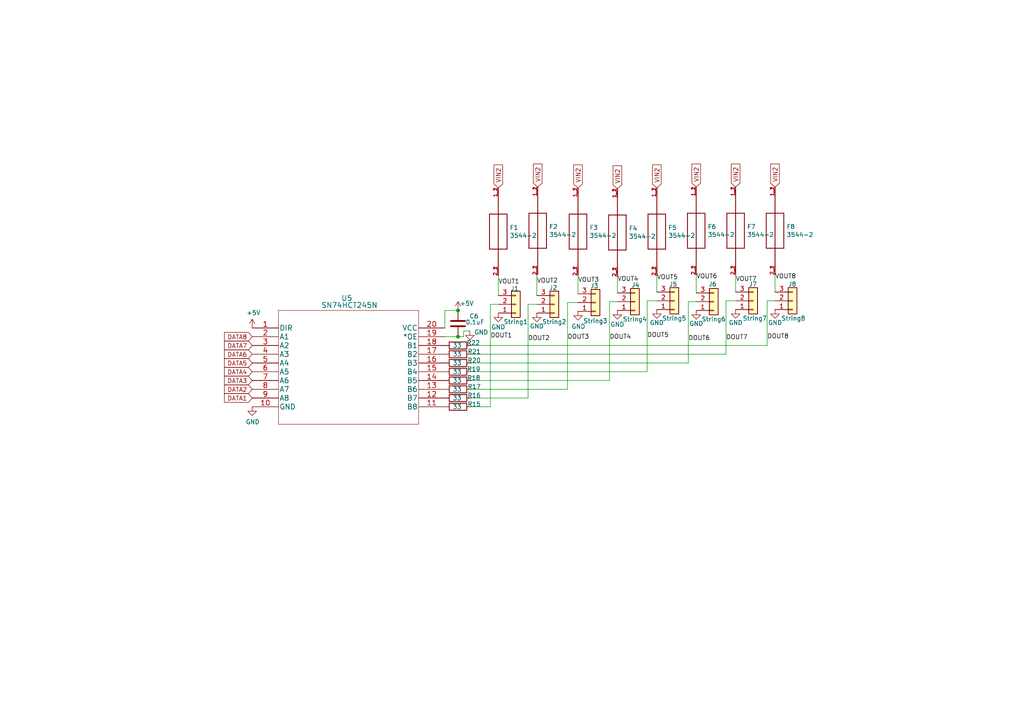
<source format=kicad_sch>
(kicad_sch (version 20211123) (generator eeschema)
  (paper "A4")
  (title_block (title "PB 16") (date "2022-06-05") (rev "v2.2") (company "Scott Hanson"))
  (lib_symbols
    (symbol "Connector_Generic:Conn_01x03" (pin_names (offset 1.016) hide)
      (property "Reference" "J" (at 0 5.08 0))
      (property "Value" "Conn_01x03" (at 0 -5.08 0))
      (symbol "Conn_01x03_1_1"
        (rectangle (start -1.27 -2.413) (end 0 -2.667) (stroke (width 0.1524)))
        (rectangle (start -1.27 0.127) (end 0 -0.127) (stroke (width 0.1524)))
        (rectangle (start -1.27 2.667) (end 0 2.413) (stroke (width 0.1524)))
        (rectangle (start -1.27 3.81) (end 1.27 -3.81) (stroke (width 0.254)) (fill (type background)))
        (pin passive line (at -5.08 2.54 0) (length 3.81) (name "Pin_1") (number "1"))
        (pin passive line (at -5.08 0 0) (length 3.81) (name "Pin_2") (number "2"))
        (pin passive line (at -5.08 -2.54 0) (length 3.81) (name "Pin_3") (number "3"))
      )
    )
    (symbol "Device:C" (pin_numbers hide) (pin_names (offset 0.254))
      (property "Reference" "C" (at 0.635 2.54 0))
      (property "Value" "C" (at 0.635 -2.54 0))
      (symbol "C_0_1"
        (polyline (pts (xy -2.032 -0.762) (xy 2.032 -0.762)) (stroke (width 0.508)))
        (polyline (pts (xy -2.032 0.762) (xy 2.032 0.762)) (stroke (width 0.508)))
      )
      (symbol "C_1_1"
        (pin passive line (at 0 3.81 270) (length 2.794) (name "~") (number "1"))
        (pin passive line (at 0 -3.81 90) (length 2.794) (name "~") (number "2"))
      )
    )
    (symbol "Device:R" (pin_numbers hide) (pin_names (offset 0))
      (property "Reference" "R" (at 2.032 0 90))
      (property "Value" "R" (at 0 0 90))
      (symbol "R_0_1"
        (rectangle (start -1.016 -2.54) (end 1.016 2.54) (stroke (width 0.254)))
      )
      (symbol "R_1_1"
        (pin passive line (at 0 3.81 270) (length 1.27) (name "~") (number "1"))
        (pin passive line (at 0 -3.81 90) (length 1.27) (name "~") (number "2"))
      )
    )
    (symbol "PB_16-rescue:3544-2-Keystone_Fuse" (pin_names (offset 1.016) hide)
      (property "Reference" "F" (at -5.08 3.302 0))
      (property "Value" "3544-2-Keystone_Fuse" (at -5.08 -5.08 0))
      (symbol "3544-2-Keystone_Fuse_0_0"
        (polyline (pts (xy -12.7 0) (xy 12.7 0)) (stroke (width 0.254)))
        (polyline (pts (xy -5.08 -2.54) (xy -5.08 2.54)) (stroke (width 0.254)))
        (polyline (pts (xy -5.08 2.54) (xy 5.08 2.54)) (stroke (width 0.254)))
        (polyline (pts (xy 5.08 -2.54) (xy -5.08 -2.54)) (stroke (width 0.254)))
        (polyline (pts (xy 5.08 2.54) (xy 5.08 -2.54)) (stroke (width 0.254)))
        (pin passive line (at -12.7 0 0) (length 2.54) (name "1") (number "1_1"))
        (pin passive line (at -12.7 0 0) (length 2.54) (name "1") (number "1_2"))
        (pin passive line (at 12.7 0 180) (length 2.54) (name "2") (number "2_1"))
        (pin passive line (at 12.7 0 180) (length 2.54) (name "2") (number "2_2"))
      )
    )
    (symbol "PB_16-rescue:SN74HCT245N-SN74HCT245N" (pin_names (offset 0.254))
      (property "Reference" "U" (at 27.94 10.16 0))
      (property "Value" "SN74HCT245N-SN74HCT245N" (at 27.94 7.62 0))
      (symbol "SN74HCT245N-SN74HCT245N_1_0"
        (polyline (pts (xy 7.62 -27.94) (xy 48.26 -27.94)) (stroke (width 0.127)))
        (polyline (pts (xy 7.62 5.08) (xy 7.62 -27.94)) (stroke (width 0.127)))
        (polyline (pts (xy 48.26 -27.94) (xy 48.26 5.08)) (stroke (width 0.127)))
        (polyline (pts (xy 48.26 5.08) (xy 7.62 5.08)) (stroke (width 0.127)))
        (pin input line (at 0 0 0) (length 7.62) (name "DIR") (number "1"))
        (pin power_in line (at 0 -22.86 0) (length 7.62) (name "GND") (number "10"))
        (pin bidirectional line (at 55.88 -22.86 180) (length 7.62) (name "B8") (number "11"))
        (pin bidirectional line (at 55.88 -20.32 180) (length 7.62) (name "B7") (number "12"))
        (pin bidirectional line (at 55.88 -17.78 180) (length 7.62) (name "B6") (number "13"))
        (pin bidirectional line (at 55.88 -15.24 180) (length 7.62) (name "B5") (number "14"))
        (pin bidirectional line (at 55.88 -12.7 180) (length 7.62) (name "B4") (number "15"))
        (pin bidirectional line (at 55.88 -10.16 180) (length 7.62) (name "B3") (number "16"))
        (pin bidirectional line (at 55.88 -7.62 180) (length 7.62) (name "B2") (number "17"))
        (pin bidirectional line (at 55.88 -5.08 180) (length 7.62) (name "B1") (number "18"))
        (pin input line (at 55.88 -2.54 180) (length 7.62) (name "*OE") (number "19"))
        (pin bidirectional line (at 0 -2.54 0) (length 7.62) (name "A1") (number "2"))
        (pin power_in line (at 55.88 0 180) (length 7.62) (name "VCC") (number "20"))
        (pin bidirectional line (at 0 -5.08 0) (length 7.62) (name "A2") (number "3"))
        (pin bidirectional line (at 0 -7.62 0) (length 7.62) (name "A3") (number "4"))
        (pin bidirectional line (at 0 -10.16 0) (length 7.62) (name "A4") (number "5"))
        (pin bidirectional line (at 0 -12.7 0) (length 7.62) (name "A5") (number "6"))
        (pin bidirectional line (at 0 -15.24 0) (length 7.62) (name "A6") (number "7"))
        (pin bidirectional line (at 0 -17.78 0) (length 7.62) (name "A7") (number "8"))
        (pin bidirectional line (at 0 -20.32 0) (length 7.62) (name "A8") (number "9"))
      )
    )
    (symbol "power:+5V" (power) (pin_names (offset 0))
      (property "Value" "+5V" (at 0 3.556 0))
      (symbol "+5V_0_1"
        (polyline (pts (xy -0.762 1.27) (xy 0 2.54)))
        (polyline (pts (xy 0 0) (xy 0 2.54)))
        (polyline (pts (xy 0 2.54) (xy 0.762 1.27)))
      )
      (symbol "+5V_1_1"
        (pin power_in line (at 0 0 90) (length 0) hide (name "+5V") (number "1"))
      )
    )
    (symbol "power:GND" (power) (pin_names (offset 0))
      (property "Value" "GND" (at 0 -3.81 0))
      (symbol "GND_0_1"
        (polyline (pts (xy 0 0) (xy 0 -1.27) (xy 1.27 -1.27) (xy 0 -2.54) (xy -1.27 -1.27) (xy 0 -1.27)))
      )
      (symbol "GND_1_1"
        (pin power_in line (at 0 0 270) (length 0) hide (name "GND") (number "1"))
      )
    )
  )
  (junction (at 132.842 97.663))
  (junction (at 132.842 90.043))
  (wire (pts (xy 167.64 79.883) (xy 167.64 85.217)))
  (wire (pts (xy 199.644 87.503) (xy 199.644 105.283)))
  (wire (pts (xy 224.79 84.709) (xy 224.79 79.629)))
  (wire (pts (xy 136.652 112.903) (xy 164.592 112.903)))
  (wire (pts (xy 179.07 87.503) (xy 176.784 87.503)))
  (wire (pts (xy 187.706 87.249) (xy 187.706 107.823)))
  (wire (pts (xy 136.652 105.283) (xy 199.644 105.283)))
  (wire (pts (xy 142.24 88.265) (xy 144.526 88.265)))
  (wire (pts (xy 222.504 87.249) (xy 224.79 87.249)))
  (wire (pts (xy 210.566 87.249) (xy 213.36 87.249)))
  (wire (pts (xy 155.702 85.725) (xy 155.702 79.629)))
  (wire (pts (xy 176.784 110.363) (xy 136.652 110.363)))
  (wire (pts (xy 136.271 96.012) (xy 134.493 96.012)))
  (wire (pts (xy 136.652 100.203) (xy 222.504 100.203)))
  (wire (pts (xy 153.162 115.443) (xy 136.652 115.443)))
  (wire (pts (xy 176.784 87.503) (xy 176.784 110.363)))
  (wire (pts (xy 153.162 88.265) (xy 153.162 115.443)))
  (wire (pts (xy 210.566 87.249) (xy 210.566 102.743)))
  (wire (pts (xy 142.24 88.265) (xy 142.24 117.983)))
  (wire (pts (xy 142.24 117.983) (xy 136.652 117.983)))
  (wire (pts (xy 132.842 97.663) (xy 134.493 97.663)))
  (wire (pts (xy 155.702 79.629) (xy 155.956 79.629)))
  (wire (pts (xy 164.592 87.757) (xy 167.64 87.757)))
  (wire (pts (xy 213.36 79.629) (xy 213.36 84.709)))
  (wire (pts (xy 132.842 90.043) (xy 129.032 90.043)))
  (wire (pts (xy 164.592 112.903) (xy 164.592 87.757)))
  (wire (pts (xy 136.652 102.743) (xy 210.566 102.743)))
  (wire (pts (xy 136.652 107.823) (xy 187.706 107.823)))
  (wire (pts (xy 132.842 97.663) (xy 129.032 97.663)))
  (wire (pts (xy 201.93 87.503) (xy 199.644 87.503)))
  (wire (pts (xy 190.5 84.709) (xy 190.5 79.883)))
  (wire (pts (xy 222.504 87.249) (xy 222.504 100.203)))
  (wire (pts (xy 155.702 88.265) (xy 153.162 88.265)))
  (wire (pts (xy 179.07 84.963) (xy 179.07 80.137)))
  (wire (pts (xy 190.5 87.249) (xy 187.706 87.249)))
  (wire (pts (xy 134.493 96.012) (xy 134.493 97.663)))
  (wire (pts (xy 144.526 79.883) (xy 144.526 85.725)))
  (wire (pts (xy 201.93 79.629) (xy 201.93 84.963)))
  (wire (pts (xy 129.032 90.043) (xy 129.032 95.123)))
  (label "VOUT2" (at 155.702 82.423 0))
  (label "VOUT4" (at 179.07 81.915 0))
  (label "VOUT1" (at 144.526 82.677 0))
  (label "DOUT8" (at 222.504 98.552 0))
  (label "DOUT1" (at 142.24 98.298 0))
  (label "VOUT6" (at 201.93 81.153 0))
  (label "VOUT8" (at 224.79 81.153 0))
  (label "VOUT5" (at 190.5 81.407 0))
  (label "DOUT4" (at 176.784 98.679 0))
  (label "VOUT7" (at 213.36 81.915 0))
  (label "DOUT2" (at 153.162 99.06 0))
  (label "DOUT5" (at 187.706 98.171 0))
  (label "DOUT7" (at 210.566 98.806 0))
  (label "DOUT3" (at 164.592 98.679 0))
  (label "VOUT3" (at 167.64 82.169 0))
  (label "DOUT6" (at 199.644 99.06 0))
  (global_label "DATA6" (shape input) (at 73.152 102.743 180) (property "Intersheet References" "${INTERSHEET_REFS}" (effects hide)))
  (global_label "DATA4" (shape input) (at 73.152 107.823 180) (property "Intersheet References" "${INTERSHEET_REFS}" (effects hide)))
  (global_label "VIN2" (shape input) (at 190.5 54.483 90) (property "Intersheet References" "${INTERSHEET_REFS}" (effects hide)))
  (global_label "DATA2" (shape input) (at 73.152 112.903 180) (property "Intersheet References" "${INTERSHEET_REFS}" (effects hide)))
  (global_label "VIN2" (shape input) (at 144.526 54.483 90) (property "Intersheet References" "${INTERSHEET_REFS}" (effects hide)))
  (global_label "DATA7" (shape input) (at 73.152 100.203 180) (property "Intersheet References" "${INTERSHEET_REFS}" (effects hide)))
  (global_label "VIN2" (shape input) (at 155.956 54.229 90) (property "Intersheet References" "${INTERSHEET_REFS}" (effects hide)))
  (global_label "VIN2" (shape input) (at 167.64 54.483 90) (property "Intersheet References" "${INTERSHEET_REFS}" (effects hide)))
  (global_label "VIN2" (shape input) (at 201.93 54.229 90) (property "Intersheet References" "${INTERSHEET_REFS}" (effects hide)))
  (global_label "VIN2" (shape input) (at 224.79 54.229 90) (property "Intersheet References" "${INTERSHEET_REFS}" (effects hide)))
  (global_label "DATA5" (shape input) (at 73.152 105.283 180) (property "Intersheet References" "${INTERSHEET_REFS}" (effects hide)))
  (global_label "DATA1" (shape input) (at 73.152 115.443 180) (property "Intersheet References" "${INTERSHEET_REFS}" (effects hide)))
  (global_label "VIN2" (shape input) (at 213.36 54.229 90) (property "Intersheet References" "${INTERSHEET_REFS}" (effects hide)))
  (global_label "VIN2" (shape input) (at 179.07 54.737 90) (property "Intersheet References" "${INTERSHEET_REFS}" (effects hide)))
  (global_label "DATA3" (shape input) (at 73.152 110.363 180) (property "Intersheet References" "${INTERSHEET_REFS}" (effects hide)))
  (global_label "DATA8" (shape input) (at 73.152 97.663 180) (property "Intersheet References" "${INTERSHEET_REFS}" (effects hide)))
  (symbol (lib_id "Connector_Generic:Conn_01x03") (at 149.606 88.265 0) (mirror x) (unit 1)
    (property "Reference" "J1" (at 148.082 83.693 0) (effects (justify left)))
    (property "Value" "String1" (at 146.05 93.345 0) (effects (justify left)))
    (property "Footprint" "Connector_Phoenix_MC:PhoenixContact_MCV_1,5_3-G-3.5_1x03_P3.50mm_Vertical" (effects hide))
    (property "Digi-Key_PN" "277-5737-ND/ED10555-ND" (effects hide))
    (property "MPN" "1843619/OSTTJ0311530" (effects hide))
    (property "LCSC" "C192778" (effects hide))
  )
  (symbol (lib_id "Connector_Generic:Conn_01x03") (at 160.782 88.265 0) (mirror x) (unit 1)
    (property "Reference" "J2" (at 159.258 83.439 0) (effects (justify left)))
    (property "Value" "String2" (at 157.226 93.345 0) (effects (justify left)))
    (property "Footprint" "Connector_Phoenix_MC:PhoenixContact_MCV_1,5_3-G-3.5_1x03_P3.50mm_Vertical" (effects hide))
    (property "Digi-Key_PN" "277-5737-ND/ED10555-ND" (effects hide))
    (property "MPN" "1843619/OSTTJ0311530" (effects hide))
    (property "LCSC" "C192778" (effects hide))
  )
  (symbol (lib_id "Connector_Generic:Conn_01x03") (at 172.72 87.757 0) (mirror x) (unit 1)
    (property "Reference" "J3" (at 171.196 82.931 0) (effects (justify left)))
    (property "Value" "String3" (at 169.164 93.091 0) (effects (justify left)))
    (property "Footprint" "Connector_Phoenix_MC:PhoenixContact_MCV_1,5_3-G-3.5_1x03_P3.50mm_Vertical" (effects hide))
    (property "Digi-Key_PN" "277-5737-ND/ED10555-ND" (effects hide))
    (property "MPN" "1843619/OSTTJ0311530" (effects hide))
    (property "LCSC" "C192778" (effects hide))
  )
  (symbol (lib_id "Connector_Generic:Conn_01x03") (at 184.15 87.503 0) (mirror x) (unit 1)
    (property "Reference" "J4" (at 183.134 82.677 0) (effects (justify left)))
    (property "Value" "String4" (at 180.594 92.583 0) (effects (justify left)))
    (property "Footprint" "Connector_Phoenix_MC:PhoenixContact_MCV_1,5_3-G-3.5_1x03_P3.50mm_Vertical" (effects hide))
    (property "Digi-Key_PN" "277-5737-ND/ED10555-ND" (effects hide))
    (property "MPN" "1843619/OSTTJ0311530" (effects hide))
    (property "LCSC" "C192778" (effects hide))
  )
  (symbol (lib_id "Connector_Generic:Conn_01x03") (at 195.58 87.249 0) (mirror x) (unit 1)
    (property "Reference" "J5" (at 194.056 82.423 0) (effects (justify left)))
    (property "Value" "String5" (at 192.024 92.329 0) (effects (justify left)))
    (property "Footprint" "Connector_Phoenix_MC:PhoenixContact_MCV_1,5_3-G-3.5_1x03_P3.50mm_Vertical" (effects hide))
    (property "Digi-Key_PN" "277-5737-ND/ED10555-ND" (effects hide))
    (property "MPN" "1843619/OSTTJ0311530" (effects hide))
    (property "LCSC" "C192778" (effects hide))
  )
  (symbol (lib_id "Connector_Generic:Conn_01x03") (at 207.01 87.503 0) (mirror x) (unit 1)
    (property "Reference" "J6" (at 205.486 82.423 0) (effects (justify left)))
    (property "Value" "String6" (at 203.454 92.583 0) (effects (justify left)))
    (property "Footprint" "Connector_Phoenix_MC:PhoenixContact_MCV_1,5_3-G-3.5_1x03_P3.50mm_Vertical" (effects hide))
    (property "Digi-Key_PN" "277-5737-ND/ED10555-ND" (effects hide))
    (property "MPN" "1843619/OSTTJ0311530" (effects hide))
    (property "LCSC" "C192778" (effects hide))
  )
  (symbol (lib_id "Connector_Generic:Conn_01x03") (at 218.44 87.249 0) (mirror x) (unit 1)
    (property "Reference" "J7" (at 217.17 82.423 0) (effects (justify left)))
    (property "Value" "String7" (at 215.392 92.329 0) (effects (justify left)))
    (property "Footprint" "Connector_Phoenix_MC:PhoenixContact_MCV_1,5_3-G-3.5_1x03_P3.50mm_Vertical" (effects hide))
    (property "Digi-Key_PN" "277-5737-ND/ED10555-ND" (effects hide))
    (property "MPN" "1843619/OSTTJ0311530" (effects hide))
    (property "LCSC" "C192778" (effects hide))
  )
  (symbol (lib_id "Connector_Generic:Conn_01x03") (at 229.87 87.249 0) (mirror x) (unit 1)
    (property "Reference" "J8" (at 228.6 82.423 0) (effects (justify left)))
    (property "Value" "String8" (at 226.568 92.329 0) (effects (justify left)))
    (property "Footprint" "Connector_Phoenix_MC:PhoenixContact_MCV_1,5_3-G-3.5_1x03_P3.50mm_Vertical" (effects hide))
    (property "Digi-Key_PN" "277-5737-ND/ED10555-ND" (effects hide))
    (property "MPN" "1843619/OSTTJ0311530" (effects hide))
    (property "LCSC" "C192778" (effects hide))
  )
  (symbol (lib_id "power:GND") (at 144.526 90.805 0) (unit 1)
    (property "Reference" "#PWR062" (effects hide))
    (property "Value" "GND" (at 144.526 94.869 0))
  )
  (symbol (lib_id "power:GND") (at 155.702 90.805 0) (unit 1)
    (property "Reference" "#PWR063" (effects hide))
    (property "Value" "GND" (at 155.702 94.615 0))
  )
  (symbol (lib_id "power:GND") (at 167.64 90.297 0) (unit 1)
    (property "Reference" "#PWR064" (effects hide))
    (property "Value" "GND" (at 167.767 94.6912 0))
  )
  (symbol (lib_id "power:GND") (at 179.07 90.043 0) (unit 1)
    (property "Reference" "#PWR065" (effects hide))
    (property "Value" "GND" (at 179.07 94.107 0))
  )
  (symbol (lib_id "power:GND") (at 190.5 89.789 0) (unit 1)
    (property "Reference" "#PWR066" (effects hide))
    (property "Value" "GND" (at 190.5 93.599 0))
  )
  (symbol (lib_id "power:GND") (at 201.93 90.043 0) (unit 1)
    (property "Reference" "#PWR067" (effects hide))
    (property "Value" "GND" (at 201.93 93.853 0))
  )
  (symbol (lib_id "power:GND") (at 213.36 89.789 0) (unit 1)
    (property "Reference" "#PWR068" (effects hide))
    (property "Value" "GND" (at 213.36 93.599 0))
  )
  (symbol (lib_id "power:GND") (at 224.79 89.789 0) (unit 1)
    (property "Reference" "#PWR069" (effects hide))
    (property "Value" "GND" (at 224.79 93.599 0))
  )
  (symbol (lib_id "PB_16-rescue:3544-2-Keystone_Fuse") (at 155.956 66.929 270) (unit 1)
    (property "Reference" "F2" (at 159.258 65.7606 90) (effects (justify left)))
    (property "Value" "3544-2" (at 159.258 68.072 90) (effects (justify left)))
    (property "Footprint" "Scotts:FUSE_3544-2" (effects hide))
    (property "Field4" "3544-2" (effects hide))
    (property "Field5" "None" (effects hide))
    (property "Field6" "Unavailable" (effects hide))
    (property "Field7" "Fuse Clip; 500 VAC; 30 A; PCB; For 0.110 in. x 0.032 in. mini blade fuses" (effects hide))
    (property "Field8" "Keystone Electronics" (effects hide))
    (property "Digi-Key_PN" "36-3544-2-ND" (effects hide))
    (property "MPN" "3544-2" (effects hide))
    (property "LCSC" "C492610" (effects hide))
  )
  (symbol (lib_id "PB_16-rescue:3544-2-Keystone_Fuse") (at 167.64 67.183 270) (unit 1)
    (property "Reference" "F3" (at 170.942 66.0146 90) (effects (justify left)))
    (property "Value" "3544-2" (at 170.942 68.326 90) (effects (justify left)))
    (property "Footprint" "Scotts:FUSE_3544-2" (effects hide))
    (property "Field4" "3544-2" (effects hide))
    (property "Field5" "None" (effects hide))
    (property "Field6" "Unavailable" (effects hide))
    (property "Field7" "Fuse Clip; 500 VAC; 30 A; PCB; For 0.110 in. x 0.032 in. mini blade fuses" (effects hide))
    (property "Field8" "Keystone Electronics" (effects hide))
    (property "Digi-Key_PN" "36-3544-2-ND" (effects hide))
    (property "MPN" "3544-2" (effects hide))
    (property "LCSC" "C492610" (effects hide))
  )
  (symbol (lib_id "PB_16-rescue:3544-2-Keystone_Fuse") (at 179.07 67.437 270) (unit 1)
    (property "Reference" "F4" (at 182.372 66.2686 90) (effects (justify left)))
    (property "Value" "3544-2" (at 182.372 68.58 90) (effects (justify left)))
    (property "Footprint" "Scotts:FUSE_3544-2" (effects hide))
    (property "Field4" "3544-2" (effects hide))
    (property "Field5" "None" (effects hide))
    (property "Field6" "Unavailable" (effects hide))
    (property "Field7" "Fuse Clip; 500 VAC; 30 A; PCB; For 0.110 in. x 0.032 in. mini blade fuses" (effects hide))
    (property "Field8" "Keystone Electronics" (effects hide))
    (property "Digi-Key_PN" "36-3544-2-ND" (effects hide))
    (property "MPN" "3544-2" (effects hide))
    (property "LCSC" "C492610" (effects hide))
  )
  (symbol (lib_id "PB_16-rescue:3544-2-Keystone_Fuse") (at 190.5 67.183 270) (unit 1)
    (property "Reference" "F5" (at 193.802 66.0146 90) (effects (justify left)))
    (property "Value" "3544-2" (at 193.802 68.326 90) (effects (justify left)))
    (property "Footprint" "Scotts:FUSE_3544-2" (effects hide))
    (property "Field4" "3544-2" (effects hide))
    (property "Field5" "None" (effects hide))
    (property "Field6" "Unavailable" (effects hide))
    (property "Field7" "Fuse Clip; 500 VAC; 30 A; PCB; For 0.110 in. x 0.032 in. mini blade fuses" (effects hide))
    (property "Field8" "Keystone Electronics" (effects hide))
    (property "Digi-Key_PN" "36-3544-2-ND" (effects hide))
    (property "MPN" "3544-2" (effects hide))
    (property "LCSC" "C492610" (effects hide))
  )
  (symbol (lib_id "PB_16-rescue:3544-2-Keystone_Fuse") (at 201.93 66.929 270) (unit 1)
    (property "Reference" "F6" (at 205.232 65.7606 90) (effects (justify left)))
    (property "Value" "3544-2" (at 205.232 68.072 90) (effects (justify left)))
    (property "Footprint" "Scotts:FUSE_3544-2" (effects hide))
    (property "Field4" "3544-2" (effects hide))
    (property "Field5" "None" (effects hide))
    (property "Field6" "Unavailable" (effects hide))
    (property "Field7" "Fuse Clip; 500 VAC; 30 A; PCB; For 0.110 in. x 0.032 in. mini blade fuses" (effects hide))
    (property "Field8" "Keystone Electronics" (effects hide))
    (property "Digi-Key_PN" "36-3544-2-ND" (effects hide))
    (property "MPN" "3544-2" (effects hide))
    (property "LCSC" "C492610" (effects hide))
  )
  (symbol (lib_id "PB_16-rescue:3544-2-Keystone_Fuse") (at 213.36 66.929 270) (unit 1)
    (property "Reference" "F7" (at 216.662 65.7606 90) (effects (justify left)))
    (property "Value" "3544-2" (at 216.662 68.072 90) (effects (justify left)))
    (property "Footprint" "Scotts:FUSE_3544-2" (effects hide))
    (property "Field4" "3544-2" (effects hide))
    (property "Field5" "None" (effects hide))
    (property "Field6" "Unavailable" (effects hide))
    (property "Field7" "Fuse Clip; 500 VAC; 30 A; PCB; For 0.110 in. x 0.032 in. mini blade fuses" (effects hide))
    (property "Field8" "Keystone Electronics" (effects hide))
    (property "Digi-Key_PN" "36-3544-2-ND" (effects hide))
    (property "MPN" "3544-2" (effects hide))
    (property "LCSC" "C492610" (effects hide))
  )
  (symbol (lib_id "PB_16-rescue:3544-2-Keystone_Fuse") (at 224.79 66.929 270) (unit 1)
    (property "Reference" "F8" (at 228.092 65.7606 90) (effects (justify left)))
    (property "Value" "3544-2" (at 228.092 68.072 90) (effects (justify left)))
    (property "Footprint" "Scotts:FUSE_3544-2" (effects hide))
    (property "Field4" "3544-2" (effects hide))
    (property "Field5" "None" (effects hide))
    (property "Field6" "Unavailable" (effects hide))
    (property "Field7" "Fuse Clip; 500 VAC; 30 A; PCB; For 0.110 in. x 0.032 in. mini blade fuses" (effects hide))
    (property "Field8" "Keystone Electronics" (effects hide))
    (property "Digi-Key_PN" "36-3544-2-ND" (effects hide))
    (property "MPN" "3544-2" (effects hide))
    (property "LCSC" "C492610" (effects hide))
  )
  (symbol (lib_id "power:GND") (at 136.271 96.012 0) (unit 1)
    (property "Reference" "#PWR060" (effects hide))
    (property "Value" "GND" (at 139.573 96.393 0))
  )
  (symbol (lib_id "power:+5V") (at 73.152 95.123 0) (unit 1)
    (property "Reference" "#PWR057" (effects hide))
    (property "Value" "+5V" (at 73.533 90.7288 0))
  )
  (symbol (lib_id "power:GND") (at 73.152 117.983 0) (unit 1)
    (property "Reference" "#PWR058" (effects hide))
    (property "Value" "GND" (at 73.279 122.3772 0))
  )
  (symbol (lib_id "Device:C") (at 132.842 93.853 0) (unit 1)
    (property "Reference" "C6" (at 136.144 91.694 0) (effects (justify left)))
    (property "Value" "0.1uF" (at 135.001 93.472 0) (effects (justify left)))
    (property "Footprint" "Capacitor_SMD:C_0603_1608Metric_Pad1.08x0.95mm_HandSolder" (effects hide))
    (property "Digi-Key_PN" "1276-1935-2-ND" (effects hide))
    (property "MPN" "CL10B104KB8NNWC" (effects hide))
    (property "LCSC" "C14663" (effects hide))
  )
  (symbol (lib_id "power:+5V") (at 132.842 90.043 0) (unit 1)
    (property "Reference" "#PWR059" (effects hide))
    (property "Value" "+5V" (at 135.382 88.011 0))
  )
  (symbol (lib_id "PB_16-rescue:SN74HCT245N-SN74HCT245N") (at 73.152 95.123 0) (unit 1)
    (property "Reference" "U5" (at 100.584 86.487 0) (effects (font (size 1.524 1.524))))
    (property "Value" "SN74HCT245N" (at 101.346 88.519 0) (effects (font (size 1.524 1.524))))
    (property "Footprint" "SN74HCT245NSR:SN74HCT245NSR" (effects hide))
    (property "Digi-Key_PN" "296-15849-1-ND" (effects hide))
    (property "MPN" "SN74HCT245NSR" (effects hide))
    (property "LCSC" "C133641" (effects hide))
  )
  (symbol (lib_id "PB_16-rescue:3544-2-Keystone_Fuse") (at 144.526 67.183 270) (unit 1)
    (property "Reference" "F1" (at 147.828 66.0146 90) (effects (justify left)))
    (property "Value" "3544-2" (at 147.828 68.326 90) (effects (justify left)))
    (property "Footprint" "Scotts:FUSE_3544-2" (effects hide))
    (property "Field4" "3544-2" (effects hide))
    (property "Field5" "None" (effects hide))
    (property "Field6" "Unavailable" (effects hide))
    (property "Field7" "Fuse Clip; 500 VAC; 30 A; PCB; For 0.110 in. x 0.032 in. mini blade fuses" (effects hide))
    (property "Field8" "Keystone Electronics" (effects hide))
    (property "Digi-Key_PN" "36-3544-2-ND" (effects hide))
    (property "MPN" "3544-2" (effects hide))
    (property "LCSC" "C492610" (effects hide))
  )
  (symbol (lib_id "Device:R") (at 132.842 102.743 90) (unit 1)
    (property "Reference" "R21" (at 137.541 101.981 90))
    (property "Value" "33" (at 132.588 102.743 90))
    (property "Footprint" "Resistor_SMD:R_0603_1608Metric_Pad0.98x0.95mm_HandSolder" (effects hide))
    (property "Digi-Key_PN" "311-33.0HRCT-ND" (effects hide))
    (property "LCSC" "C23140" (effects hide))
    (property "MPN" "RC0603FR-0733RL" (effects hide))
  )
  (symbol (lib_id "Device:R") (at 132.842 110.363 90) (unit 1)
    (property "Reference" "R18" (at 137.414 109.601 90))
    (property "Value" "33" (at 132.588 110.363 90))
    (property "Footprint" "Resistor_SMD:R_0603_1608Metric_Pad0.98x0.95mm_HandSolder" (effects hide))
    (property "Digi-Key_PN" "311-33.0HRCT-ND" (effects hide))
    (property "LCSC" "C23140" (effects hide))
    (property "MPN" "RC0603FR-0733RL" (effects hide))
  )
  (symbol (lib_id "Device:R") (at 132.842 100.203 90) (unit 1)
    (property "Reference" "R22" (at 137.287 99.441 90))
    (property "Value" "33" (at 132.588 100.203 90))
    (property "Footprint" "Resistor_SMD:R_0603_1608Metric_Pad0.98x0.95mm_HandSolder" (effects hide))
    (property "Digi-Key_PN" "311-33.0HRCT-ND" (effects hide))
    (property "LCSC" "C23140" (effects hide))
    (property "MPN" "RC0603FR-0733RL" (effects hide))
  )
  (symbol (lib_id "Device:R") (at 132.842 117.983 90) (unit 1)
    (property "Reference" "R15" (at 137.541 117.221 90))
    (property "Value" "33" (at 132.588 117.983 90))
    (property "Footprint" "Resistor_SMD:R_0603_1608Metric_Pad0.98x0.95mm_HandSolder" (effects hide))
    (property "Digi-Key_PN" "311-33.0HRCT-ND" (effects hide))
    (property "LCSC" "C23140" (effects hide))
    (property "MPN" "RC0603FR-0733RL" (effects hide))
  )
  (symbol (lib_id "Device:R") (at 132.842 112.903 90) (unit 1)
    (property "Reference" "R17" (at 137.541 112.141 90))
    (property "Value" "33" (at 132.588 112.903 90))
    (property "Footprint" "Resistor_SMD:R_0603_1608Metric_Pad0.98x0.95mm_HandSolder" (effects hide))
    (property "Digi-Key_PN" "311-33.0HRCT-ND" (effects hide))
    (property "LCSC" "C23140" (effects hide))
    (property "MPN" "RC0603FR-0733RL" (effects hide))
  )
  (symbol (lib_id "Device:R") (at 132.842 107.823 90) (unit 1)
    (property "Reference" "R19" (at 137.414 107.061 90))
    (property "Value" "33" (at 132.588 107.823 90))
    (property "Footprint" "Resistor_SMD:R_0603_1608Metric_Pad0.98x0.95mm_HandSolder" (effects hide))
    (property "Digi-Key_PN" "311-33.0HRCT-ND" (effects hide))
    (property "LCSC" "C23140" (effects hide))
    (property "MPN" "RC0603FR-0733RL" (effects hide))
  )
  (symbol (lib_id "Device:R") (at 132.842 115.443 90) (unit 1)
    (property "Reference" "R16" (at 137.541 114.681 90))
    (property "Value" "33" (at 132.588 115.443 90))
    (property "Footprint" "Resistor_SMD:R_0603_1608Metric_Pad0.98x0.95mm_HandSolder" (effects hide))
    (property "Digi-Key_PN" "311-33.0HRCT-ND" (effects hide))
    (property "LCSC" "C23140" (effects hide))
    (property "MPN" "RC0603FR-0733RL" (effects hide))
  )
  (symbol (lib_id "Device:R") (at 132.842 105.283 90) (unit 1)
    (property "Reference" "R20" (at 137.541 104.521 90))
    (property "Value" "33" (at 132.588 105.283 90))
    (property "Footprint" "Resistor_SMD:R_0603_1608Metric_Pad0.98x0.95mm_HandSolder" (effects hide))
    (property "Digi-Key_PN" "311-33.0HRCT-ND" (effects hide))
    (property "LCSC" "C23140" (effects hide))
    (property "MPN" "RC0603FR-0733RL" (effects hide))
  )
)
</source>
